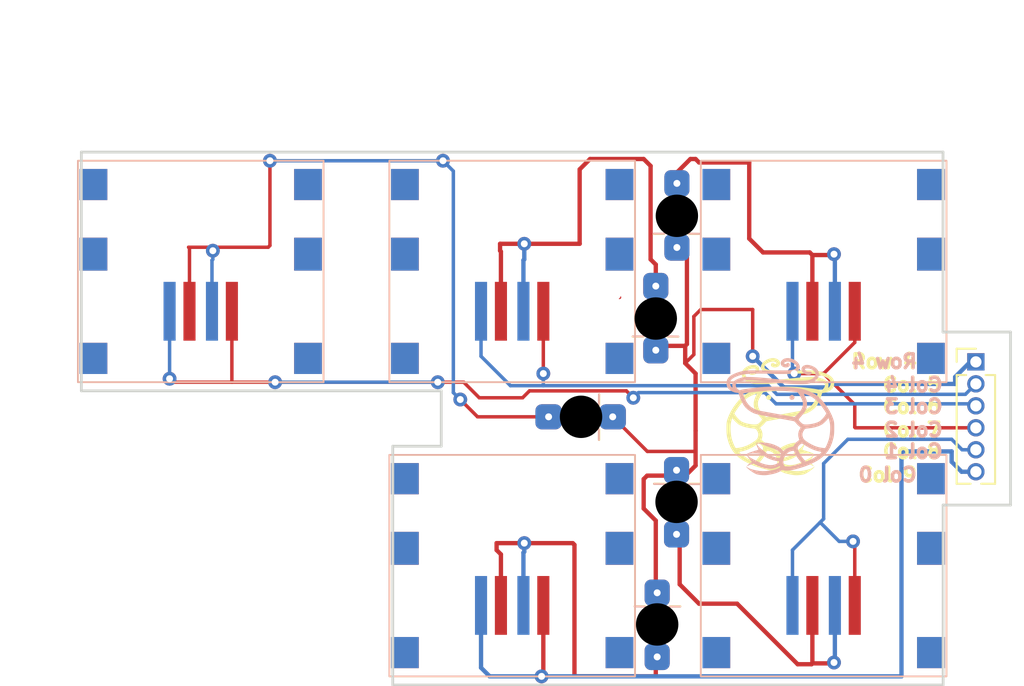
<source format=kicad_pcb>
(kicad_pcb (version 20240108) (generator "pcbnew") (generator_version "8.0")
  (layers (0 "F.Cu" signal) (31 "B.Cu" signal) (34 "B.Paste" user) (35 "F.Paste" user) (36 "B.SilkS" user "B.Silkscreen") (37 "F.SilkS" user "F.Silkscreen") (38 "B.Mask" user) (39 "F.Mask" user) (44 "Edge.Cuts" user))
  (net 0 "")
  (footprint "SW_KEYBOARD:flipped_smd_diode" (layer "F.Cu") (at 149.62 89.3035)
    (property "Reference" "REF**" (hide yes))
    (property "Value" "flipped_smd_diode" (hide yes))
    (pad "" np_thru_hole circle (at 0 -3.02) (size 2.45 2.45) (drill 2.45) (layers "*.Mask"))
    (pad "0" thru_hole roundrect (at 0 -1.19) (size 1.45 1.524) (drill 0.4) (layers "*.Cu" "*.Mask"))
    (pad "1" thru_hole roundrect (at 0 -4.895 180) (size 1.45 1.524) (drill 0.4) (layers "*.Cu" "*.Mask"))
  )
  (footprint "Cherry_ULP:Cherry_ULP_SMD_Double_Sided" (layer "F.Cu") (at 158.1 89.5)
    (property "Reference" "REF**" (hide yes))
    (property "Value" "Cherry_ULP_SMD_Double_Sided")
    (pad "" np_thru_hole circle (at -5.8 -3.26) (size 1.2 1.2) (drill 1.2) (layers "F&B.Cu" "*.Mask"))
    (pad "" np_thru_hole circle (at -5.8 1.2) (size 1.05 1.05) (drill 1.05) (layers "F&B.Cu" "*.Mask"))
    (pad "" np_thru_hole circle (at -5.8 3.26) (size 1.2 1.2) (drill 1.2) (layers "F&B.Cu" "*.Mask"))
    (pad "" np_thru_hole circle (at 5.8 -3.26) (size 1.2 1.2) (drill 1.2) (layers "F&B.Cu" "*.Mask"))
    (pad "" np_thru_hole circle (at 5.8 1.2) (size 1.05 1.05) (drill 1.05) (layers "F&B.Cu" "*.Mask"))
    (pad "" np_thru_hole circle (at 5.8 3.26) (size 1.2 1.2) (drill 1.2) (layers "F&B.Cu" "*.Mask"))
    (pad "1" smd rect (at -0.65 2.3) (size 0.7 3.4) (layers "F.Cu" "F.Paste" "F.Mask"))
    (pad "1" smd rect (at 0.65 2.3) (size 0.7 3.4) (layers "B.Cu" "B.Paste" "B.Mask"))
    (pad "2" smd rect (at -1.8 2.3) (size 0.7 3.4) (layers "B.Cu" "B.Paste" "B.Mask"))
    (pad "2" smd rect (at 1.8 2.3) (size 0.7 3.4) (layers "F.Cu" "F.Paste" "F.Mask"))
    (pad "3" smd rect (at -6.2 -5.025) (size 1.6 1.8) (layers "F.Cu" "F.Paste" "F.Mask"))
    (pad "3" smd rect (at -6.2 -5.025) (size 1.6 1.8) (layers "B.Cu" "B.Paste" "B.Mask"))
    (pad "3" smd rect (at -6.2 -1) (size 1.6 1.9) (layers "F.Cu" "F.Paste" "F.Mask"))
    (pad "3" smd rect (at -6.2 -1) (size 1.6 1.9) (layers "B.Cu" "B.Paste" "B.Mask"))
    (pad "3" smd rect (at -6.2 5.025) (size 1.6 1.8) (layers "F.Cu" "F.Paste" "F.Mask"))
    (pad "3" smd rect (at -6.2 5.025) (size 1.6 1.8) (layers "B.Cu" "B.Paste" "B.Mask"))
    (pad "3" smd rect (at 6.2 -5.025) (size 1.6 1.8) (layers "F.Cu" "F.Paste" "F.Mask"))
    (pad "3" smd rect (at 6.2 -5.025) (size 1.6 1.8) (layers "B.Cu" "B.Paste" "B.Mask"))
    (pad "3" smd rect (at 6.2 -1) (size 1.6 1.9) (layers "F.Cu" "F.Paste" "F.Mask"))
    (pad "3" smd rect (at 6.2 -1) (size 1.6 1.9) (layers "B.Cu" "B.Paste" "B.Mask"))
    (pad "3" smd rect (at 6.2 5.025) (size 1.6 1.8) (layers "F.Cu" "F.Paste" "F.Mask"))
    (pad "3" smd rect (at 6.2 5.025) (size 1.6 1.8) (layers "B.Cu" "B.Paste" "B.Mask"))
  )
  (footprint "Connector_PinHeader_1.27mm:PinHeader_1x06_P1.27mm_Vertical" (layer "F.Cu") (at 166.9 94.725)
    (property "Reference" "REF**" (hide yes))
    (property "Value" "PinHeader_1x06_P1.27mm_Vertical" (hide yes))
    (pad "1" thru_hole rect (at 0 0) (size 1 1) (drill 0.65) (layers "*.Cu" "*.Mask"))
    (pad "2" thru_hole oval (at 0 1.27) (size 1 1) (drill 0.65) (layers "*.Cu" "*.Mask"))
    (pad "3" thru_hole oval (at 0 2.54) (size 1 1) (drill 0.65) (layers "*.Cu" "*.Mask"))
    (pad "4" thru_hole oval (at 0 3.81) (size 1 1) (drill 0.65) (layers "*.Cu" "*.Mask"))
    (pad "5" thru_hole oval (at 0 5.08) (size 1 1) (drill 0.65) (layers "*.Cu" "*.Mask"))
    (pad "6" thru_hole oval (at 0 6.35) (size 1 1) (drill 0.65) (layers "*.Cu" "*.Mask"))
  )
  (footprint "SW_KEYBOARD:flipped_smd_diode" (layer "F.Cu") (at 148.48 106.88 180)
    (property "Reference" "REF**" (hide yes))
    (property "Value" "flipped_smd_diode" (hide yes))
    (pad "" np_thru_hole circle (at 0 -3.02 180) (size 2.45 2.45) (drill 2.45) (layers "*.Mask"))
    (pad "0" thru_hole roundrect (at 0 -1.19 180) (size 1.45 1.524) (drill 0.4) (layers "*.Cu" "*.Mask"))
    (pad "1" thru_hole roundrect (at 0 -4.895) (size 1.45 1.524) (drill 0.4) (layers "*.Cu" "*.Mask"))
  )
  (footprint "prawn:prawn_logo_inverted_10mm" (layer "F.Cu") (at 155.6 97.9)
    (property "Reference" "G***" (hide yes))
    (property "Value" "LOGO" (hide yes))
  )
  (footprint "" (layer "F.Cu") (at 149.1 98)
    (property "Reference" "" (at 0 0 0) (layer "F.SilkS") (effects (font (size 1.27 1.27))))
    (property "Value" "")
    (pad "" np_thru_hole circle (at 0 0) (size 1.9 1.9) (drill 1.9) (layers "F&B.Cu" "*.Mask"))
  )
  (footprint "Cherry_ULP:Cherry_ULP_SMD_Double_Sided" (layer "F.Cu") (at 140.1 89.5)
    (property "Reference" "REF**" (hide yes))
    (property "Value" "Cherry_ULP_SMD_Double_Sided")
    (pad "" np_thru_hole circle (at -5.8 -3.26) (size 1.2 1.2) (drill 1.2) (layers "F&B.Cu" "*.Mask"))
    (pad "" np_thru_hole circle (at -5.8 1.2) (size 1.05 1.05) (drill 1.05) (layers "F&B.Cu" "*.Mask"))
    (pad "" np_thru_hole circle (at -5.8 3.26) (size 1.2 1.2) (drill 1.2) (layers "F&B.Cu" "*.Mask"))
    (pad "" np_thru_hole circle (at 5.8 -3.26) (size 1.2 1.2) (drill 1.2) (layers "F&B.Cu" "*.Mask"))
    (pad "" np_thru_hole circle (at 5.8 1.2) (size 1.05 1.05) (drill 1.05) (layers "F&B.Cu" "*.Mask"))
    (pad "" np_thru_hole circle (at 5.8 3.26) (size 1.2 1.2) (drill 1.2) (layers "F&B.Cu" "*.Mask"))
    (pad "1" smd rect (at -0.65 2.3) (size 0.7 3.4) (layers "F.Cu" "F.Paste" "F.Mask"))
    (pad "1" smd rect (at 0.65 2.3) (size 0.7 3.4) (layers "B.Cu" "B.Paste" "B.Mask"))
    (pad "2" smd rect (at -1.8 2.3) (size 0.7 3.4) (layers "B.Cu" "B.Paste" "B.Mask"))
    (pad "2" smd rect (at 1.8 2.3) (size 0.7 3.4) (layers "F.Cu" "F.Paste" "F.Mask"))
    (pad "3" smd rect (at -6.2 -5.025) (size 1.6 1.8) (layers "F.Cu" "F.Paste" "F.Mask"))
    (pad "3" smd rect (at -6.2 -5.025) (size 1.6 1.8) (layers "B.Cu" "B.Paste" "B.Mask"))
    (pad "3" smd rect (at -6.2 -1) (size 1.6 1.9) (layers "F.Cu" "F.Paste" "F.Mask"))
    (pad "3" smd rect (at -6.2 -1) (size 1.6 1.9) (layers "B.Cu" "B.Paste" "B.Mask"))
    (pad "3" smd rect (at -6.2 5.025) (size 1.6 1.8) (layers "F.Cu" "F.Paste" "F.Mask"))
    (pad "3" smd rect (at -6.2 5.025) (size 1.6 1.8) (layers "B.Cu" "B.Paste" "B.Mask"))
    (pad "3" smd rect (at 6.2 -5.025) (size 1.6 1.8) (layers "F.Cu" "F.Paste" "F.Mask"))
    (pad "3" smd rect (at 6.2 -5.025) (size 1.6 1.8) (layers "B.Cu" "B.Paste" "B.Mask"))
    (pad "3" smd rect (at 6.2 -1) (size 1.6 1.9) (layers "F.Cu" "F.Paste" "F.Mask"))
    (pad "3" smd rect (at 6.2 -1) (size 1.6 1.9) (layers "B.Cu" "B.Paste" "B.Mask"))
    (pad "3" smd rect (at 6.2 5.025) (size 1.6 1.8) (layers "F.Cu" "F.Paste" "F.Mask"))
    (pad "3" smd rect (at 6.2 5.025) (size 1.6 1.8) (layers "B.Cu" "B.Paste" "B.Mask"))
  )
  (footprint "SW_KEYBOARD:flipped_smd_diode" (layer "F.Cu") (at 149.6 99.7965 180)
    (property "Reference" "REF**" (hide yes))
    (property "Value" "flipped_smd_diode" (hide yes))
    (pad "" np_thru_hole circle (at 0 -3.02 180) (size 2.45 2.45) (drill 2.45) (layers "*.Mask"))
    (pad "0" thru_hole roundrect (at 0 -1.19 180) (size 1.45 1.524) (drill 0.4) (layers "*.Cu" "*.Mask"))
    (pad "1" thru_hole roundrect (at 0 -4.895) (size 1.45 1.524) (drill 0.4) (layers "*.Cu" "*.Mask"))
  )
  (footprint "Cherry_ULP:Cherry_ULP_SMD_Double_Sided" (layer "F.Cu") (at 122.1 89.5)
    (property "Reference" "REF**" (hide yes))
    (property "Value" "Cherry_ULP_SMD_Double_Sided")
    (pad "" np_thru_hole circle (at -5.8 -3.26) (size 1.2 1.2) (drill 1.2) (layers "F&B.Cu" "*.Mask"))
    (pad "" np_thru_hole circle (at -5.8 1.2) (size 1.05 1.05) (drill 1.05) (layers "F&B.Cu" "*.Mask"))
    (pad "" np_thru_hole circle (at -5.8 3.26) (size 1.2 1.2) (drill 1.2) (layers "F&B.Cu" "*.Mask"))
    (pad "" np_thru_hole circle (at 5.8 -3.26) (size 1.2 1.2) (drill 1.2) (layers "F&B.Cu" "*.Mask"))
    (pad "" np_thru_hole circle (at 5.8 1.2) (size 1.05 1.05) (drill 1.05) (layers "F&B.Cu" "*.Mask"))
    (pad "" np_thru_hole circle (at 5.8 3.26) (size 1.2 1.2) (drill 1.2) (layers "F&B.Cu" "*.Mask"))
    (pad "1" smd rect (at -0.65 2.3) (size 0.7 3.4) (layers "F.Cu" "F.Paste" "F.Mask"))
    (pad "1" smd rect (at 0.65 2.3) (size 0.7 3.4) (layers "B.Cu" "B.Paste" "B.Mask"))
    (pad "2" smd rect (at -1.8 2.3) (size 0.7 3.4) (layers "B.Cu" "B.Paste" "B.Mask"))
    (pad "2" smd rect (at 1.8 2.3) (size 0.7 3.4) (layers "F.Cu" "F.Paste" "F.Mask"))
    (pad "3" smd rect (at -6.2 -5.025) (size 1.6 1.8) (layers "F.Cu" "F.Paste" "F.Mask"))
    (pad "3" smd rect (at -6.2 -5.025) (size 1.6 1.8) (layers "B.Cu" "B.Paste" "B.Mask"))
    (pad "3" smd rect (at -6.2 -1) (size 1.6 1.9) (layers "F.Cu" "F.Paste" "F.Mask"))
    (pad "3" smd rect (at -6.2 -1) (size 1.6 1.9) (layers "B.Cu" "B.Paste" "B.Mask"))
    (pad "3" smd rect (at -6.2 5.025) (size 1.6 1.8) (layers "F.Cu" "F.Paste" "F.Mask"))
    (pad "3" smd rect (at -6.2 5.025) (size 1.6 1.8) (layers "B.Cu" "B.Paste" "B.Mask"))
    (pad "3" smd rect (at 6.2 -5.025) (size 1.6 1.8) (layers "F.Cu" "F.Paste" "F.Mask"))
    (pad "3" smd rect (at 6.2 -5.025) (size 1.6 1.8) (layers "B.Cu" "B.Paste" "B.Mask"))
    (pad "3" smd rect (at 6.2 -1) (size 1.6 1.9) (layers "F.Cu" "F.Paste" "F.Mask"))
    (pad "3" smd rect (at 6.2 -1) (size 1.6 1.9) (layers "B.Cu" "B.Paste" "B.Mask"))
    (pad "3" smd rect (at 6.2 5.025) (size 1.6 1.8) (layers "F.Cu" "F.Paste" "F.Mask"))
    (pad "3" smd rect (at 6.2 5.025) (size 1.6 1.8) (layers "B.Cu" "B.Paste" "B.Mask"))
  )
  (footprint "SW_KEYBOARD:flipped_smd_diode" (layer "F.Cu") (at 147.1 97.9 90)
    (property "Reference" "REF**" (hide yes))
    (property "Value" "flipped_smd_diode" (hide yes))
    (pad "" np_thru_hole circle (at 0 -3.02 90) (size 2.45 2.45) (drill 2.45) (layers "*.Mask"))
    (pad "0" thru_hole roundrect (at 0 -1.19 90) (size 1.45 1.524) (drill 0.4) (layers "*.Cu" "*.Mask"))
    (pad "1" thru_hole roundrect (at 0 -4.895 270) (size 1.45 1.524) (drill 0.4) (layers "*.Cu" "*.Mask"))
  )
  (footprint "Cherry_ULP:Cherry_ULP_SMD_Double_Sided" (layer "F.Cu") (at 158.1 106.5)
    (property "Reference" "REF**" (hide yes))
    (property "Value" "Cherry_ULP_SMD_Double_Sided")
    (pad "" np_thru_hole circle (at -5.8 -3.26) (size 1.2 1.2) (drill 1.2) (layers "F&B.Cu" "*.Mask"))
    (pad "" np_thru_hole circle (at -5.8 1.2) (size 1.05 1.05) (drill 1.05) (layers "F&B.Cu" "*.Mask"))
    (pad "" np_thru_hole circle (at -5.8 3.26) (size 1.2 1.2) (drill 1.2) (layers "F&B.Cu" "*.Mask"))
    (pad "" np_thru_hole circle (at 5.8 -3.26) (size 1.2 1.2) (drill 1.2) (layers "F&B.Cu" "*.Mask"))
    (pad "" np_thru_hole circle (at 5.8 1.2) (size 1.05 1.05) (drill 1.05) (layers "F&B.Cu" "*.Mask"))
    (pad "" np_thru_hole circle (at 5.8 3.26) (size 1.2 1.2) (drill 1.2) (layers "F&B.Cu" "*.Mask"))
    (pad "1" smd rect (at -0.65 2.3) (size 0.7 3.4) (layers "F.Cu" "F.Paste" "F.Mask"))
    (pad "1" smd rect (at 0.65 2.3) (size 0.7 3.4) (layers "B.Cu" "B.Paste" "B.Mask"))
    (pad "2" smd rect (at -1.8 2.3) (size 0.7 3.4) (layers "B.Cu" "B.Paste" "B.Mask"))
    (pad "2" smd rect (at 1.8 2.3) (size 0.7 3.4) (layers "F.Cu" "F.Paste" "F.Mask"))
    (pad "3" smd rect (at -6.2 -5.025) (size 1.6 1.8) (layers "F.Cu" "F.Paste" "F.Mask"))
    (pad "3" smd rect (at -6.2 -5.025) (size 1.6 1.8) (layers "B.Cu" "B.Paste" "B.Mask"))
    (pad "3" smd rect (at -6.2 -1) (size 1.6 1.9) (layers "F.Cu" "F.Paste" "F.Mask"))
    (pad "3" smd rect (at -6.2 -1) (size 1.6 1.9) (layers "B.Cu" "B.Paste" "B.Mask"))
    (pad "3" smd rect (at -6.2 5.025) (size 1.6 1.8) (layers "F.Cu" "F.Paste" "F.Mask"))
    (pad "3" smd rect (at -6.2 5.025) (size 1.6 1.8) (layers "B.Cu" "B.Paste" "B.Mask"))
    (pad "3" smd rect (at 6.2 -5.025) (size 1.6 1.8) (layers "F.Cu" "F.Paste" "F.Mask"))
    (pad "3" smd rect (at 6.2 -5.025) (size 1.6 1.8) (layers "B.Cu" "B.Paste" "B.Mask"))
    (pad "3" smd rect (at 6.2 -1) (size 1.6 1.9) (layers "F.Cu" "F.Paste" "F.Mask"))
    (pad "3" smd rect (at 6.2 -1) (size 1.6 1.9) (layers "B.Cu" "B.Paste" "B.Mask"))
    (pad "3" smd rect (at 6.2 5.025) (size 1.6 1.8) (layers "F.Cu" "F.Paste" "F.Mask"))
    (pad "3" smd rect (at 6.2 5.025) (size 1.6 1.8) (layers "B.Cu" "B.Paste" "B.Mask"))
  )
  (footprint "Cherry_ULP:Cherry_ULP_SMD_Double_Sided" (layer "F.Cu") (at 140.1 106.5)
    (property "Reference" "REF**" (hide yes))
    (property "Value" "Cherry_ULP_SMD_Double_Sided")
    (pad "" np_thru_hole circle (at -5.8 -3.26) (size 1.2 1.2) (drill 1.2) (layers "F&B.Cu" "*.Mask"))
    (pad "" np_thru_hole circle (at -5.8 1.2) (size 1.05 1.05) (drill 1.05) (layers "F&B.Cu" "*.Mask"))
    (pad "" np_thru_hole circle (at -5.8 3.26) (size 1.2 1.2) (drill 1.2) (layers "F&B.Cu" "*.Mask"))
    (pad "" np_thru_hole circle (at 5.8 -3.26) (size 1.2 1.2) (drill 1.2) (layers "F&B.Cu" "*.Mask"))
    (pad "" np_thru_hole circle (at 5.8 1.2) (size 1.05 1.05) (drill 1.05) (layers "F&B.Cu" "*.Mask"))
    (pad "" np_thru_hole circle (at 5.8 3.26) (size 1.2 1.2) (drill 1.2) (layers "F&B.Cu" "*.Mask"))
    (pad "1" smd rect (at -0.65 2.3) (size 0.7 3.4) (layers "F.Cu" "F.Paste" "F.Mask"))
    (pad "1" smd rect (at 0.65 2.3) (size 0.7 3.4) (layers "B.Cu" "B.Paste" "B.Mask"))
    (pad "2" smd rect (at -1.8 2.3) (size 0.7 3.4) (layers "B.Cu" "B.Paste" "B.Mask"))
    (pad "2" smd rect (at 1.8 2.3) (size 0.7 3.4) (layers "F.Cu" "F.Paste" "F.Mask"))
    (pad "3" smd rect (at -6.2 -5.025) (size 1.6 1.8) (layers "F.Cu" "F.Paste" "F.Mask"))
    (pad "3" smd rect (at -6.2 -5.025) (size 1.6 1.8) (layers "B.Cu" "B.Paste" "B.Mask"))
    (pad "3" smd rect (at -6.2 -1) (size 1.6 1.9) (layers "F.Cu" "F.Paste" "F.Mask"))
    (pad "3" smd rect (at -6.2 -1) (size 1.6 1.9) (layers "B.Cu" "B.Paste" "B.Mask"))
    (pad "3" smd rect (at -6.2 5.025) (size 1.6 1.8) (layers "F.Cu" "F.Paste" "F.Mask"))
    (pad "3" smd rect (at -6.2 5.025) (size 1.6 1.8) (layers "B.Cu" "B.Paste" "B.Mask"))
    (pad "3" smd rect (at 6.2 -5.025) (size 1.6 1.8) (layers "F.Cu" "F.Paste" "F.Mask"))
    (pad "3" smd rect (at 6.2 -5.025) (size 1.6 1.8) (layers "B.Cu" "B.Paste" "B.Mask"))
    (pad "3" smd rect (at 6.2 -1) (size 1.6 1.9) (layers "F.Cu" "F.Paste" "F.Mask"))
    (pad "3" smd rect (at 6.2 -1) (size 1.6 1.9) (layers "B.Cu" "B.Paste" "B.Mask"))
    (pad "3" smd rect (at 6.2 5.025) (size 1.6 1.8) (layers "F.Cu" "F.Paste" "F.Mask"))
    (pad "3" smd rect (at 6.2 5.025) (size 1.6 1.8) (layers "B.Cu" "B.Paste" "B.Mask"))
  )
  (footprint "SW_KEYBOARD:flipped_smd_diode" (layer "F.Cu") (at 148.4 95.24)
    (property "Reference" "REF**" (hide yes))
    (property "Value" "flipped_smd_diode" (hide yes))
    (pad "" np_thru_hole circle (at 0 -3.02) (size 2.45 2.45) (drill 2.45) (layers "*.Mask"))
    (pad "0" thru_hole roundrect (at 0 -1.19) (size 1.45 1.524) (drill 0.4) (layers "*.Cu" "*.Mask"))
    (pad "1" thru_hole roundrect (at 0 -4.895 180) (size 1.45 1.524) (drill 0.4) (layers "*.Cu" "*.Mask"))
  )
  (footprint "prawn:prawn_logo_inverted_10mm" (layer "B.Cu") (at 155.6 97.9 180)
    (property "Reference" "G***" (hide yes))
    (property "Value" "LOGO" (hide yes))
  )
  (gr_line (start 126.1 83.1) (end 136.1 83.1) (stroke (width 0.2)) (layer "F.Cu"))
  (gr_line (start 168.9 93.000001) (end 165 93.000001) (stroke (width 0.16)) (layer "Edge.Cuts"))
  (gr_line (start 136 99.6) (end 133.200019 99.600001) (stroke (width 0.16)) (layer "Edge.Cuts"))
  (gr_line (start 133.200019 113.4) (end 165.006031 113.4) (stroke (width 0.16)) (layer "Edge.Cuts"))
  (gr_line (start 136 96.400001) (end 136 99.6) (stroke (width 0.16)) (layer "Edge.Cuts"))
  (gr_line (start 165.006031 113.4) (end 165.006031 103.000001) (stroke (width 0.16)) (layer "Edge.Cuts"))
  (gr_line (start 115.2 82.600001) (end 115.2 96.400001) (stroke (width 0.16)) (layer "Edge.Cuts"))
  (gr_line (start 165 82.6) (end 115.2 82.600001) (stroke (width 0.16)) (layer "Edge.Cuts"))
  (gr_line (start 168.9 103.000001) (end 168.9 93.000001) (stroke (width 0.16)) (layer "Edge.Cuts"))
  (gr_line (start 133.200019 99.600001) (end 133.200019 113.4) (stroke (width 0.16)) (layer "Edge.Cuts"))
  (gr_line (start 115.2 96.400001) (end 136 96.400001) (stroke (width 0.16)) (layer "Edge.Cuts"))
  (gr_line (start 168.9 103.000001) (end 165.006031 103.000001) (stroke (width 0.16)) (layer "Edge.Cuts"))
  (gr_line (start 165 82.6) (end 165 93.000001) (stroke (width 0.16)) (layer "Edge.Cuts"))
  (gr_text "Col 2" (at 163.3 98.65 0) (layer "B.SilkS") (effects (font (size 0.8 0.8) (thickness 0.2)) (justify mirror)))
  (gr_text "Col 4" (at 163.3 96.05 0) (layer "B.SilkS") (effects (font (size 0.8 0.8) (thickness 0.2)) (justify mirror)))
  (gr_text "Col 0" (at 161.8 101.25 0) (layer "B.SilkS") (effects (font (size 0.8 0.8) (thickness 0.2)) (justify mirror)))
  (gr_text "Col 1" (at 163.3 99.9 0) (layer "B.SilkS") (effects (font (size 0.8 0.8) (thickness 0.2)) (justify mirror)))
  (gr_text "Row 4" (at 161.6 94.7 0) (layer "B.SilkS") (effects (font (size 0.8 0.8) (thickness 0.2)) (justify mirror)))
  (gr_text "Col 3" (at 163.3 97.3 0) (layer "B.SilkS") (effects (font (size 0.8 0.8) (thickness 0.2)) (justify mirror)))
  (gr_text "Row 4" (at 161.6 94.7 0) (layer "F.SilkS") (effects (font (size 0.8 0.8) (thickness 0.2))))
  (gr_text "Col 5" (at 163.2 96.05 0) (layer "F.SilkS") (effects (font (size 0.8 0.8) (thickness 0.2))))
  (gr_text "Col 7" (at 163.2 98.65 0) (layer "F.SilkS") (effects (font (size 0.8 0.8) (thickness 0.2))))
  (gr_text "Col 9" (at 161.8 101.25 0) (layer "F.SilkS") (effects (font (size 0.8 0.8) (thickness 0.2))))
  (gr_text "Col 8" (at 163.2 99.9 0) (layer "F.SilkS") (effects (font (size 0.8 0.8) (thickness 0.2))))
  (gr_text "Col 6" (at 163.2 97.3 0) (layer "F.SilkS") (effects (font (size 0.8 0.8) (thickness 0.2))))
  (segment (start 144.6 83) (end 144 83.6) (width 0.25) (layer "F.Cu") (net 0))
  (segment (start 150.9 108.7) (end 153.1 108.7) (width 0.25) (layer "F.Cu") (net 0))
  (segment (start 150.1 93.8) (end 150.2 93.7) (width 0.25) (layer "F.Cu") (net 0))
  (segment (start 147.91 99.9) (end 145.91 97.9) (width 0.2) (layer "F.Cu") (net 0))
  (segment (start 159.9 97.2) (end 158.1 95.4) (width 0.2) (layer "F.Cu") (net 0))
  (segment (start 139.45 88.35) (end 139.45 91.8) (width 0.25) (layer "F.Cu") (net 0))
  (segment (start 148.4 112.9) (end 143.7 112.9) (width 0.25) (layer "F.Cu") (net 0))
  (segment (start 148.8 93.8) (end 148.4 93.4) (width 0.25) (layer "F.Cu") (net 0))
  (segment (start 157.45 112.15) (end 157.45 108.8) (width 0.25) (layer "F.Cu") (net 0))
  (segment (start 150.1385 104.4) (end 149.78 104.0415) (width 0.2) (layer "F.Cu") (net 0))
  (segment (start 137.3 95.9) (end 135.8 95.9) (width 0.2) (layer "F.Cu") (net 0))
  (segment (start 154.6 88.4) (end 157.3 88.4) (width 0.25) (layer "F.Cu") (net 0))
  (segment (start 153.8 87.6) (end 154.6 88.4) (width 0.25) (layer "F.Cu") (net 0))
  (segment (start 159.8 105.1) (end 159.9 105.2) (width 0.2) (layer "F.Cu") (net 0))
  (segment (start 157.45 112.15) (end 158.65 112.15) (width 0.25) (layer "F.Cu") (net 0))
  (segment (start 154 94.4) (end 154 91.7) (width 0.2) (layer "F.Cu") (net 0))
  (segment (start 139.2 105.6) (end 139.45 105.85) (width 0.25) (layer "F.Cu") (net 0))
  (segment (start 141.9 112.8) (end 141.9 108.8) (width 0.25) (layer "F.Cu") (net 0))
  (segment (start 143.7 112.9) (end 143.7 105.3) (width 0.25) (layer "F.Cu") (net 0))
  (segment (start 141.1 96.4) (end 140.7 96.8) (width 0.2) (layer "F.Cu") (net 0))
  (segment (start 146.3 91) (end 146.305 90.995) (width 0.2) (layer "F.Cu") (net 0))
  (segment (start 120.5 95.9) (end 120.3 95.7) (width 0.2) (layer "F.Cu") (net 0))
  (segment (start 157.4 112.2) (end 157.45 112.15) (width 0.25) (layer "F.Cu") (net 0))
  (segment (start 121.45 88.15) (end 121.45 91.8) (width 0.2) (layer "F.Cu") (net 0))
  (segment (start 148.4 111.775) (end 148.4 112.9) (width 0.25) (layer "F.Cu") (net 0))
  (segment (start 122.8 88.1) (end 121.4 88.1) (width 0.2) (layer "F.Cu") (net 0))
  (segment (start 148.1 83.4) (end 147.7 83) (width 0.25) (layer "F.Cu") (net 0))
  (segment (start 150.7 98.7) (end 150.7 99.9) (width 0.2) (layer "F.Cu") (net 0))
  (segment (start 149.62 83.78) (end 150.4 83) (width 0.25) (layer "F.Cu") (net 0))
  (segment (start 148.1 88.8) (end 148.1 83.4) (width 0.25) (layer "F.Cu") (net 0))
  (segment (start 138.2 96.8) (end 137.3 95.9) (width 0.2) (layer "F.Cu") (net 0))
  (segment (start 148.4 103.9) (end 148.4 108.72) (width 0.25) (layer "F.Cu") (net 0))
  (segment (start 126 88.1) (end 122.8 88.1) (width 0.2) (layer "F.Cu") (net 0))
  (segment (start 149.4435 101.3) (end 147.9 101.3) (width 0.25) (layer "F.Cu") (net 0))
  (segment (start 144 87.9) (end 140.8 87.9) (width 0.25) (layer "F.Cu") (net 0))
  (segment (start 150.7 83) (end 150.9 83.2) (width 0.25) (layer "F.Cu") (net 0))
  (segment (start 140.8 105.2) (end 139.2 105.2) (width 0.25) (layer "F.Cu") (net 0))
  (segment (start 150.7 95.4) (end 150.1 94.8) (width 0.25) (layer "F.Cu") (net 0))
  (segment (start 150.7 99.9) (end 147.91 99.9) (width 0.2) (layer "F.Cu") (net 0))
  (segment (start 150.6 92.1) (end 150.6 94.3) (width 0.2) (layer "F.Cu") (net 0))
  (segment (start 122.8 88.1) (end 122.8 88.3) (width 0.2) (layer "F.Cu") (net 0))
  (segment (start 159.9 98.5) (end 159.9 97.2) (width 0.2) (layer "F.Cu") (net 0))
  (segment (start 150.9 83.2) (end 153.8 83.2) (width 0.25) (layer "F.Cu") (net 0))
  (segment (start 139.4 88.3) (end 139.45 88.35) (width 0.25) (layer "F.Cu") (net 0))
  (segment (start 146.7 96.4) (end 141.1 96.4) (width 0.2) (layer "F.Cu") (net 0))
  (segment (start 150.4 83) (end 150.7 83) (width 0.25) (layer "F.Cu") (net 0))
  (segment (start 143.6 105.2) (end 140.8 105.2) (width 0.25) (layer "F.Cu") (net 0))
  (segment (start 150.7 100.7165) (end 149.78 101.6365) (width 0.25) (layer "F.Cu") (net 0))
  (segment (start 149.78 101.6365) (end 149.4435 101.3) (width 0.25) (layer "F.Cu") (net 0))
  (segment (start 158.65 112.15) (end 158.7 112.1) (width 0.25) (layer "F.Cu") (net 0))
  (segment (start 137.1 96.9) (end 138.1 97.9) (width 0.2) (layer "F.Cu") (net 0))
  (segment (start 148.4 90.345) (end 148.4 89.1) (width 0.25) (layer "F.Cu") (net 0))
  (segment (start 149.78 107.58) (end 150.9 108.7) (width 0.25) (layer "F.Cu") (net 0))
  (segment (start 138.1 97.9) (end 142.205 97.9) (width 0.2) (layer "F.Cu") (net 0))
  (segment (start 159.935 98.535) (end 159.9 98.5) (width 0.2) (layer "F.Cu") (net 0))
  (segment (start 159.9 93.6) (end 159.9 91.8) (width 0.2) (layer "F.Cu") (net 0))
  (segment (start 123.9 95.9) (end 123.9 91.8) (width 0.2) (layer "F.Cu") (net 0))
  (segment (start 126.1 88) (end 126 88.1) (width 0.2) (layer "F.Cu") (net 0))
  (segment (start 140.8 87.9) (end 139.4 87.9) (width 0.25) (layer "F.Cu") (net 0))
  (segment (start 150.1 93.8) (end 148.8 93.8) (width 0.25) (layer "F.Cu") (net 0))
  (segment (start 139.45 105.85) (end 139.45 108.8) (width 0.25) (layer "F.Cu") (net 0))
  (segment (start 158.65 88.55) (end 158.7 88.5) (width 0.25) (layer "F.Cu") (net 0))
  (segment (start 157.3 88.4) (end 157.45 88.55) (width 0.25) (layer "F.Cu") (net 0))
  (segment (start 156.6 112.2) (end 157.4 112.2) (width 0.25) (layer "F.Cu") (net 0))
  (segment (start 154 91.7) (end 151 91.7) (width 0.2) (layer "F.Cu") (net 0))
  (segment (start 135.8 95.9) (end 126.4 95.9) (width 0.2) (layer "F.Cu") (net 0))
  (segment (start 150.7 98.7) (end 150.7 100.7165) (width 0.25) (layer "F.Cu") (net 0))
  (segment (start 151 91.7) (end 150.6 92.1) (width 0.2) (layer "F.Cu") (net 0))
  (segment (start 141.9 95.4) (end 141.9 91.8) (width 0.2) (layer "F.Cu") (net 0))
  (segment (start 150.2 88.6935) (end 149.62 88.1135) (width 0.25) (layer "F.Cu") (net 0))
  (segment (start 150.1 93.8) (end 150.1 94.8) (width 0.25) (layer "F.Cu") (net 0))
  (segment (start 147.7 101.5) (end 147.7 103.2) (width 0.25) (layer "F.Cu") (net 0))
  (segment (start 153.8 83.2) (end 153.8 87.6) (width 0.25) (layer "F.Cu") (net 0))
  (segment (start 157.45 88.55) (end 158.65 88.55) (width 0.25) (layer "F.Cu") (net 0))
  (segment (start 166.9 98.535) (end 159.935 98.535) (width 0.2) (layer "F.Cu") (net 0))
  (segment (start 147.7 103.2) (end 148.4 103.9) (width 0.25) (layer "F.Cu") (net 0))
  (segment (start 159.9 105.2) (end 159.9 108.8) (width 0.2) (layer "F.Cu") (net 0))
  (segment (start 121.4 88.1) (end 121.45 88.15) (width 0.2) (layer "F.Cu") (net 0))
  (segment (start 123.9 95.9) (end 120.5 95.9) (width 0.2) (layer "F.Cu") (net 0))
  (segment (start 148.4 89.1) (end 148.1 88.8) (width 0.25) (layer "F.Cu") (net 0))
  (segment (start 149.78 104.6915) (end 149.78 107.58) (width 0.25) (layer "F.Cu") (net 0))
  (segment (start 141.8 112.9) (end 141.9 112.8) (width 0.25) (layer "F.Cu") (net 0))
  (segment (start 147.1 96.8) (end 146.7 96.4) (width 0.2) (layer "F.Cu") (net 0))
  (segment (start 149.62 84.4085) (end 149.62 83.78) (width 0.25) (layer "F.Cu") (net 0))
  (segment (start 157.45 88.55) (end 157.45 91.8) (width 0.25) (layer "F.Cu") (net 0))
  (segment (start 139.2 105.2) (end 139.2 105.6) (width 0.25) (layer "F.Cu") (net 0))
  (segment (start 158.1 95.4) (end 159.9 93.6) (width 0.2) (layer "F.Cu") (net 0))
  (segment (start 143.7 105.3) (end 143.6 105.2) (width 0.25) (layer "F.Cu") (net 0))
  (segment (start 150.6 94.3) (end 150.1 94.8) (width 0.2) (layer "F.Cu") (net 0))
  (segment (start 150.7 98.7) (end 150.7 95.4) (width 0.25) (layer "F.Cu") (net 0))
  (segment (start 147.9 101.3) (end 147.7 101.5) (width 0.25) (layer "F.Cu") (net 0))
  (segment (start 139.4 87.9) (end 139.4 88.3) (width 0.25) (layer "F.Cu") (net 0))
  (segment (start 140.7 96.8) (end 138.2 96.8) (width 0.2) (layer "F.Cu") (net 0))
  (segment (start 153.1 108.7) (end 156.6 112.2) (width 0.25) (layer "F.Cu") (net 0))
  (segment (start 144 83.6) (end 144 87.9) (width 0.25) (layer "F.Cu") (net 0))
  (segment (start 158.1 95.4) (end 156.4 95.4) (width 0.2) (layer "F.Cu") (net 0))
  (segment (start 126.4 95.9) (end 123.9 95.9) (width 0.2) (layer "F.Cu") (net 0))
  (segment (start 150.2 93.7) (end 150.2 88.6935) (width 0.25) (layer "F.Cu") (net 0))
  (segment (start 147.7 83) (end 144.6 83) (width 0.25) (layer "F.Cu") (net 0))
  (segment (start 126.1 83.1) (end 126.1 88) (width 0.2) (layer "F.Cu") (net 0))
  (via (at 126.4 95.9) (size 0.8) (drill 0.4) (layers "F.Cu" "B.Cu") (net 0))
  (via (at 158.7 88.5) (size 0.8) (drill 0.4) (layers "F.Cu" "B.Cu") (net 0))
  (via (at 122.8 88.3) (size 0.8) (drill 0.4) (layers "F.Cu" "B.Cu") (net 0))
  (via (at 159.8 105.1) (size 0.8) (drill 0.4) (layers "F.Cu" "B.Cu") (net 0))
  (via (at 136.1 83.1) (size 0.8) (drill 0.4) (layers "F.Cu" "B.Cu") (net 0))
  (via (at 120.3 95.7) (size 0.8) (drill 0.4) (layers "F.Cu" "B.Cu") (net 0))
  (via (at 158.7 112.1) (size 0.8) (drill 0.4) (layers "F.Cu" "B.Cu") (net 0))
  (via (at 147.1 96.8) (size 0.8) (drill 0.4) (layers "F.Cu" "B.Cu") (net 0))
  (via (at 141.9 95.4) (size 0.8) (drill 0.4) (layers "F.Cu" "B.Cu") (net 0))
  (via (at 126.1 83.1) (size 0.8) (drill 0.4) (layers "F.Cu" "B.Cu") (net 0))
  (via (at 141.8 112.9) (size 0.8) (drill 0.4) (layers "F.Cu" "B.Cu") (net 0))
  (via (at 156.4 95.4) (size 0.8) (drill 0.4) (layers "F.Cu" "B.Cu") (net 0))
  (via (at 137.1 96.9) (size 0.8) (drill 0.4) (layers "F.Cu" "B.Cu") (net 0))
  (via (at 135.8 95.9) (size 0.8) (drill 0.4) (layers "F.Cu" "B.Cu") (net 0))
  (via (at 140.8 87.9) (size 0.8) (drill 0.4) (layers "F.Cu" "B.Cu") (net 0))
  (via (at 140.8 105.2) (size 0.8) (drill 0.4) (layers "F.Cu" "B.Cu") (net 0))
  (via (at 154 94.4) (size 0.8) (drill 0.4) (layers "F.Cu" "B.Cu") (net 0))
  (segment (start 158.5 96) (end 165.7 96) (width 0.25) (layer "B.Cu") (net 0))
  (segment (start 154.7 96.5) (end 155.35 97.15) (width 0.2) (layer "B.Cu") (net 0))
  (segment (start 138.8 112.9) (end 138.3 112.4) (width 0.25) (layer "B.Cu") (net 0))
  (segment (start 158.75 88.55) (end 158.75 91.8) (width 0.25) (layer "B.Cu") (net 0))
  (segment (start 162.6 112.9) (end 141.8 112.9) (width 0.25) (layer "B.Cu") (net 0))
  (segment (start 158.1 100.6) (end 158.1 103.8) (width 0.2) (layer "B.Cu") (net 0))
  (segment (start 166.575 94.725) (end 166.9 94.725) (width 0.25) (layer "B.Cu") (net 0))
  (segment (start 122.8 88.8) (end 122.75 88.85) (width 0.2) (layer "B.Cu") (net 0))
  (segment (start 140.8 105.7) (end 140.75 105.75) (width 0.25) (layer "B.Cu") (net 0))
  (segment (start 156.3 105.6) (end 156.3 108.8) (width 0.2) (layer "B.Cu") (net 0))
  (segment (start 159 105.1) (end 159.8 105.1) (width 0.2) (layer "B.Cu") (net 0))
  (segment (start 154.9 96.1) (end 141.9 96.1) (width 0.2) (layer "B.Cu") (net 0))
  (segment (start 159.5 99.2) (end 165.5 99.2) (width 0.2) (layer "B.Cu") (net 0))
  (segment (start 165.5 99.9) (end 162.6 99.9) (width 0.25) (layer "B.Cu") (net 0))
  (segment (start 155.35 97.15) (end 166.785 97.15) (width 0.2) (layer "B.Cu") (net 0))
  (segment (start 157.9 104) (end 156.3 105.6) (width 0.2) (layer "B.Cu") (net 0))
  (segment (start 141.9 96.1) (end 140 96.1) (width 0.2) (layer "B.Cu") (net 0))
  (segment (start 138.3 112.4) (end 138.3 108.8) (width 0.25) (layer "B.Cu") (net 0))
  (segment (start 140.8 105.2) (end 140.8 105.7) (width 0.25) (layer "B.Cu") (net 0))
  (segment (start 158.7 88.5) (end 158.75 88.55) (width 0.25) (layer "B.Cu") (net 0))
  (segment (start 166.075 101.075) (end 165.5 100.5) (width 0.25) (layer "B.Cu") (net 0))
  (segment (start 156.4 95.4) (end 156.3 95.3) (width 0.2) (layer "B.Cu") (net 0))
  (segment (start 122.8 88.3) (end 122.8 88.8) (width 0.2) (layer "B.Cu") (net 0))
  (segment (start 165.5 100.5) (end 165.5 99.9) (width 0.25) (layer "B.Cu") (net 0))
  (segment (start 156.3 95.3) (end 156.3 91.8) (width 0.2) (layer "B.Cu") (net 0))
  (segment (start 140.8 88.8) (end 140.75 88.85) (width 0.25) (layer "B.Cu") (net 0))
  (segment (start 141.9 96.1) (end 141.9 95.4) (width 0.2) (layer "B.Cu") (net 0))
  (segment (start 166.9 101.075) (end 166.075 101.075) (width 0.25) (layer "B.Cu") (net 0))
  (segment (start 165.5 99.2) (end 166.105 99.805) (width 0.2) (layer "B.Cu") (net 0))
  (segment (start 165.7 95.6) (end 166.575 94.725) (width 0.25) (layer "B.Cu") (net 0))
  (segment (start 166.785 97.15) (end 166.9 97.265) (width 0.2) (layer "B.Cu") (net 0))
  (segment (start 138.3 94.4) (end 138.3 91.8) (width 0.2) (layer "B.Cu") (net 0))
  (segment (start 155.4 96.6) (end 154.9 96.1) (width 0.2) (layer "B.Cu") (net 0))
  (segment (start 120.3 95.7) (end 120.3 91.8) (width 0.2) (layer "B.Cu") (net 0))
  (segment (start 147.1 96.8) (end 147.4 96.5) (width 0.2) (layer "B.Cu") (net 0))
  (segment (start 136.1 83.1) (end 136.7 83.7) (width 0.2) (layer "B.Cu") (net 0))
  (segment (start 126.1 83.1) (end 136.1 83.1) (width 0.2) (layer "B.Cu") (net 0))
  (segment (start 136.7 96.5) (end 137.1 96.9) (width 0.2) (layer "B.Cu") (net 0))
  (segment (start 147.4 96.5) (end 154.7 96.5) (width 0.2) (layer "B.Cu") (net 0))
  (segment (start 140.75 105.75) (end 140.75 108.8) (width 0.25) (layer "B.Cu") (net 0))
  (segment (start 140.8 87.9) (end 140.8 88.8) (width 0.25) (layer "B.Cu") (net 0))
  (segment (start 140.75 88.85) (end 140.75 91.8) (width 0.25) (layer "B.Cu") (net 0))
  (segment (start 165.7 96) (end 165.7 95.6) (width 0.25) (layer "B.Cu") (net 0))
  (segment (start 158.3 96.2) (end 158.5 96) (width 0.25) (layer "B.Cu") (net 0))
  (segment (start 122.75 88.85) (end 122.75 91.8) (width 0.2) (layer "B.Cu") (net 0))
  (segment (start 166.9 95.995) (end 166.295 96.6) (width 0.2) (layer "B.Cu") (net 0))
  (segment (start 166.295 96.6) (end 155.4 96.6) (width 0.2) (layer "B.Cu") (net 0))
  (segment (start 141.8 112.9) (end 138.8 112.9) (width 0.25) (layer "B.Cu") (net 0))
  (segment (start 158.75 112.05) (end 158.75 108.8) (width 0.25) (layer "B.Cu") (net 0))
  (segment (start 155.8 96.2) (end 158.3 96.2) (width 0.25) (layer "B.Cu") (net 0))
  (segment (start 162.6 99.9) (end 162.6 112.9) (width 0.25) (layer "B.Cu") (net 0))
  (segment (start 154 94.4) (end 155.8 96.2) (width 0.25) (layer "B.Cu") (net 0))
  (segment (start 135.8 95.9) (end 126.4 95.9) (width 0.2) (layer "B.Cu") (net 0))
  (segment (start 158.1 103.8) (end 157.9 104) (width 0.2) (layer "B.Cu") (net 0))
  (segment (start 166.105 99.805) (end 166.9 99.805) (width 0.2) (layer "B.Cu") (net 0))
  (segment (start 157.9 104) (end 159 105.1) (width 0.2) (layer "B.Cu") (net 0))
  (segment (start 136.7 83.7) (end 136.7 96.5) (width 0.2) (layer "B.Cu") (net 0))
  (segment (start 158.1 100.6) (end 159.5 99.2) (width 0.2) (layer "B.Cu") (net 0))
  (segment (start 140 96.1) (end 138.3 94.4) (width 0.2) (layer "B.Cu") (net 0))
  (segment (start 158.7 112.1) (end 158.75 112.05) (width 0.25) (layer "B.Cu") (net 0))
)
</source>
